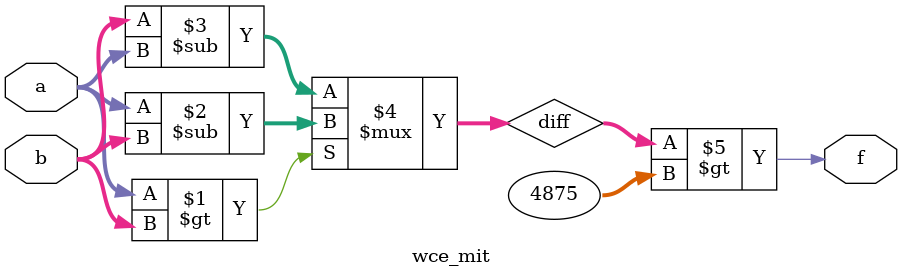
<source format=v>
module wce_mit(a, b, f);
parameter _bit = 18;
parameter wce = 4875;
input [_bit - 1: 0] a;
input [_bit - 1: 0] b;
output f;
wire [_bit - 1: 0] diff;
assign diff = (a > b)? (a - b): (b - a);
assign f = (diff > wce);
endmodule

</source>
